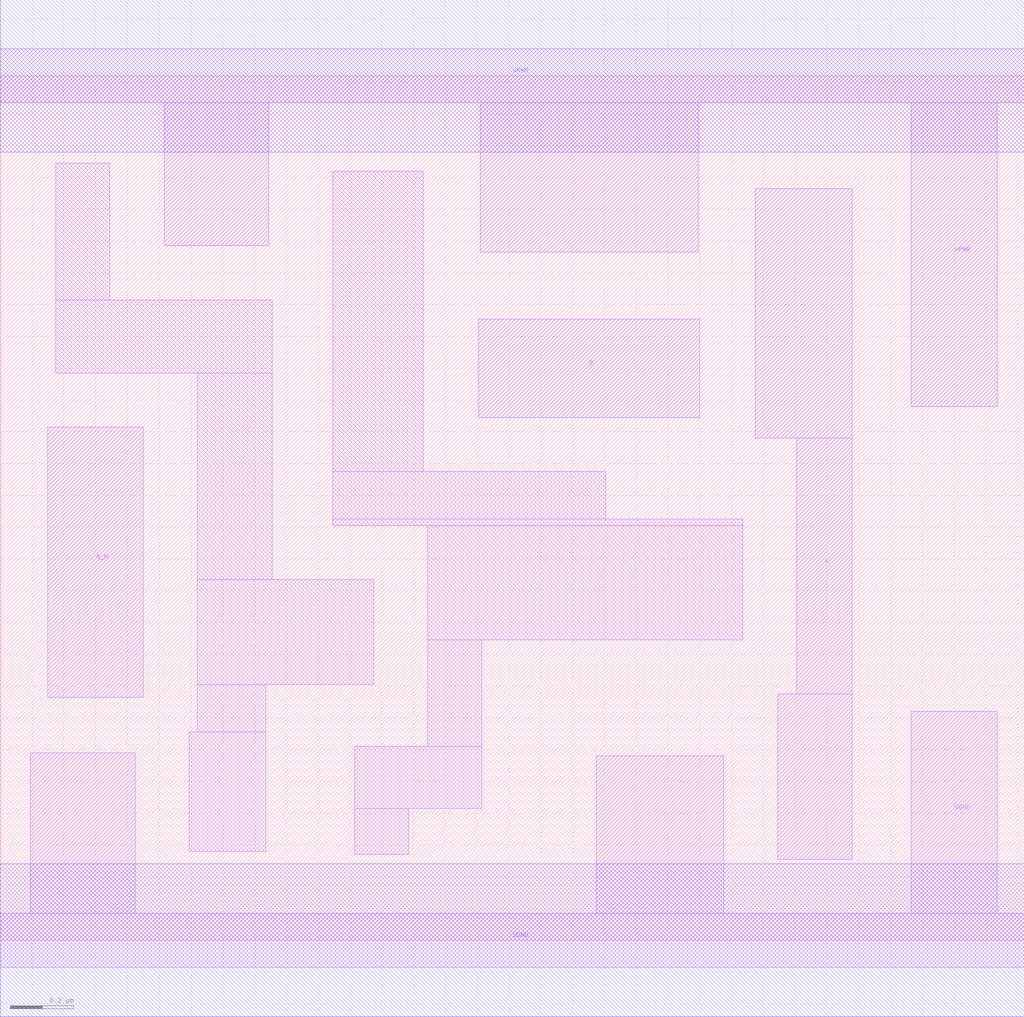
<source format=lef>
# Copyright 2020 The SkyWater PDK Authors
#
# Licensed under the Apache License, Version 2.0 (the "License");
# you may not use this file except in compliance with the License.
# You may obtain a copy of the License at
#
#     https://www.apache.org/licenses/LICENSE-2.0
#
# Unless required by applicable law or agreed to in writing, software
# distributed under the License is distributed on an "AS IS" BASIS,
# WITHOUT WARRANTIES OR CONDITIONS OF ANY KIND, either express or implied.
# See the License for the specific language governing permissions and
# limitations under the License.
#
# SPDX-License-Identifier: Apache-2.0

VERSION 5.5 ;
NAMESCASESENSITIVE ON ;
BUSBITCHARS "[]" ;
DIVIDERCHAR "/" ;
MACRO sky130_fd_sc_hd__and2b_2
  CLASS CORE ;
  SOURCE USER ;
  ORIGIN  0.000000  0.000000 ;
  SIZE  3.220000 BY  2.720000 ;
  SYMMETRY X Y R90 ;
  SITE unithd ;
  PIN A_N
    ANTENNAGATEAREA  0.126000 ;
    DIRECTION INPUT ;
    USE SIGNAL ;
    PORT
      LAYER li1 ;
        RECT 0.150000 0.765000 0.450000 1.615000 ;
    END
  END A_N
  PIN B
    ANTENNAGATEAREA  0.126000 ;
    DIRECTION INPUT ;
    USE SIGNAL ;
    PORT
      LAYER li1 ;
        RECT 1.505000 1.645000 2.200000 1.955000 ;
    END
  END B
  PIN X
    ANTENNADIFFAREA  0.445500 ;
    DIRECTION OUTPUT ;
    USE SIGNAL ;
    PORT
      LAYER li1 ;
        RECT 2.375000 1.580000 2.680000 2.365000 ;
        RECT 2.445000 0.255000 2.680000 0.775000 ;
        RECT 2.505000 0.775000 2.680000 1.580000 ;
    END
  END X
  PIN VGND
    DIRECTION INOUT ;
    SHAPE ABUTMENT ;
    USE GROUND ;
    PORT
      LAYER li1 ;
        RECT 0.000000 -0.085000 3.220000 0.085000 ;
        RECT 0.095000  0.085000 0.425000 0.590000 ;
        RECT 1.875000  0.085000 2.275000 0.580000 ;
        RECT 2.865000  0.085000 3.135000 0.720000 ;
    END
    PORT
      LAYER met1 ;
        RECT 0.000000 -0.240000 3.220000 0.240000 ;
    END
  END VGND
  PIN VPWR
    DIRECTION INOUT ;
    SHAPE ABUTMENT ;
    USE POWER ;
    PORT
      LAYER li1 ;
        RECT 0.000000 2.635000 3.220000 2.805000 ;
        RECT 0.515000 2.185000 0.845000 2.635000 ;
        RECT 1.510000 2.165000 2.195000 2.635000 ;
        RECT 2.865000 1.680000 3.135000 2.635000 ;
    END
    PORT
      LAYER met1 ;
        RECT 0.000000 2.480000 3.220000 2.960000 ;
    END
  END VPWR
  OBS
    LAYER li1 ;
      RECT 0.175000 1.785000 0.855000 2.015000 ;
      RECT 0.175000 2.015000 0.345000 2.445000 ;
      RECT 0.595000 0.280000 0.835000 0.655000 ;
      RECT 0.620000 0.655000 0.835000 0.805000 ;
      RECT 0.620000 0.805000 1.175000 1.135000 ;
      RECT 0.620000 1.135000 0.855000 1.785000 ;
      RECT 1.045000 1.305000 2.335000 1.325000 ;
      RECT 1.045000 1.325000 1.905000 1.475000 ;
      RECT 1.045000 1.475000 1.330000 2.420000 ;
      RECT 1.115000 0.270000 1.285000 0.415000 ;
      RECT 1.115000 0.415000 1.515000 0.610000 ;
      RECT 1.345000 0.610000 1.515000 0.945000 ;
      RECT 1.345000 0.945000 2.335000 1.305000 ;
  END
END sky130_fd_sc_hd__and2b_2
END LIBRARY

</source>
